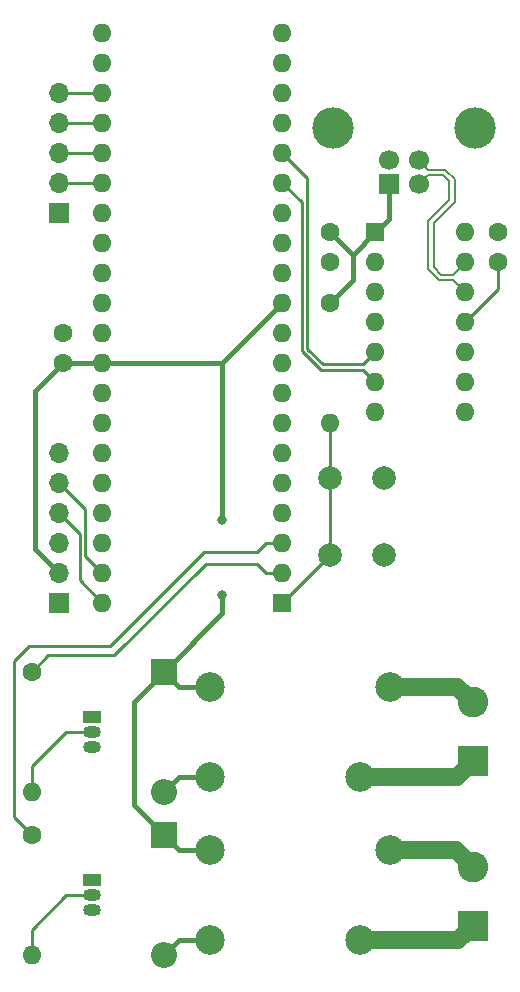
<source format=gtl>
%TF.GenerationSoftware,KiCad,Pcbnew,6.0.0+dfsg1-2*%
%TF.CreationDate,2022-03-14T17:52:28-05:00*%
%TF.ProjectId,remote64-controller,72656d6f-7465-4363-942d-636f6e74726f,rev?*%
%TF.SameCoordinates,Original*%
%TF.FileFunction,Copper,L1,Top*%
%TF.FilePolarity,Positive*%
%FSLAX46Y46*%
G04 Gerber Fmt 4.6, Leading zero omitted, Abs format (unit mm)*
G04 Created by KiCad (PCBNEW 6.0.0+dfsg1-2) date 2022-03-14 17:52:28*
%MOMM*%
%LPD*%
G01*
G04 APERTURE LIST*
%TA.AperFunction,ComponentPad*%
%ADD10O,1.700000X1.700000*%
%TD*%
%TA.AperFunction,ComponentPad*%
%ADD11R,1.700000X1.700000*%
%TD*%
%TA.AperFunction,ComponentPad*%
%ADD12R,1.600000X1.600000*%
%TD*%
%TA.AperFunction,ComponentPad*%
%ADD13O,1.600000X1.600000*%
%TD*%
%TA.AperFunction,ComponentPad*%
%ADD14C,1.600000*%
%TD*%
%TA.AperFunction,ComponentPad*%
%ADD15R,2.600000X2.600000*%
%TD*%
%TA.AperFunction,ComponentPad*%
%ADD16C,2.600000*%
%TD*%
%TA.AperFunction,ComponentPad*%
%ADD17C,1.700000*%
%TD*%
%TA.AperFunction,ComponentPad*%
%ADD18C,3.500000*%
%TD*%
%TA.AperFunction,ComponentPad*%
%ADD19R,2.200000X2.200000*%
%TD*%
%TA.AperFunction,ComponentPad*%
%ADD20O,2.200000X2.200000*%
%TD*%
%TA.AperFunction,ComponentPad*%
%ADD21C,2.500000*%
%TD*%
%TA.AperFunction,ComponentPad*%
%ADD22C,2.000000*%
%TD*%
%TA.AperFunction,ComponentPad*%
%ADD23R,1.500000X1.050000*%
%TD*%
%TA.AperFunction,ComponentPad*%
%ADD24O,1.500000X1.050000*%
%TD*%
%TA.AperFunction,ViaPad*%
%ADD25C,0.800000*%
%TD*%
%TA.AperFunction,Conductor*%
%ADD26C,0.400000*%
%TD*%
%TA.AperFunction,Conductor*%
%ADD27C,0.250000*%
%TD*%
%TA.AperFunction,Conductor*%
%ADD28C,0.200000*%
%TD*%
%TA.AperFunction,Conductor*%
%ADD29C,1.500000*%
%TD*%
G04 APERTURE END LIST*
D10*
%TO.P,J3,6,Pin_6*%
%TO.N,unconnected-(J3-Pad6)*%
X69977000Y-102870000D03*
%TO.P,J3,5,Pin_5*%
%TO.N,Net-(J3-Pad5)*%
X69977000Y-105410000D03*
%TO.P,J3,4,Pin_4*%
%TO.N,Net-(J3-Pad4)*%
X69977000Y-107950000D03*
%TO.P,J3,3,Pin_3*%
%TO.N,GND*%
X69977000Y-110490000D03*
%TO.P,J3,2,Pin_2*%
%TO.N,VDD*%
X69977000Y-113030000D03*
D11*
%TO.P,J3,1,Pin_1*%
%TO.N,MCU_RESET*%
X69977000Y-115570000D03*
%TD*%
D12*
%TO.P,U2,1,Vpp/~{MCLR}/RE3*%
%TO.N,MCU_RESET*%
X88900000Y-115570000D03*
D13*
%TO.P,U2,2,RA0*%
%TO.N,3.3V_RELAY*%
X88900000Y-113030000D03*
%TO.P,U2,3,RA1*%
%TO.N,12V_RELAY*%
X88900000Y-110490000D03*
%TO.P,U2,4,RA2*%
%TO.N,unconnected-(U2-Pad4)*%
X88900000Y-107950000D03*
%TO.P,U2,5,RA3*%
%TO.N,unconnected-(U2-Pad5)*%
X88900000Y-105410000D03*
%TO.P,U2,6,RA4*%
%TO.N,unconnected-(U2-Pad6)*%
X88900000Y-102870000D03*
%TO.P,U2,7,RA5*%
%TO.N,unconnected-(U2-Pad7)*%
X88900000Y-100330000D03*
%TO.P,U2,8,RE0*%
%TO.N,unconnected-(U2-Pad8)*%
X88900000Y-97790000D03*
%TO.P,U2,9,RE1*%
%TO.N,unconnected-(U2-Pad9)*%
X88900000Y-95250000D03*
%TO.P,U2,10,RE2*%
%TO.N,unconnected-(U2-Pad10)*%
X88900000Y-92710000D03*
%TO.P,U2,11,VDD*%
%TO.N,VDD*%
X88900000Y-90170000D03*
%TO.P,U2,12,VSS*%
%TO.N,GND*%
X88900000Y-87630000D03*
%TO.P,U2,13,RA7*%
%TO.N,unconnected-(U2-Pad13)*%
X88900000Y-85090000D03*
%TO.P,U2,14,RA6*%
%TO.N,unconnected-(U2-Pad14)*%
X88900000Y-82550000D03*
%TO.P,U2,15,RC0*%
%TO.N,UART<-USB*%
X88900000Y-80010000D03*
%TO.P,U2,16,RC1*%
%TO.N,UART->USB*%
X88900000Y-77470000D03*
%TO.P,U2,17,RC2*%
%TO.N,unconnected-(U2-Pad17)*%
X88900000Y-74930000D03*
%TO.P,U2,18,RC3*%
%TO.N,unconnected-(U2-Pad18)*%
X88900000Y-72390000D03*
%TO.P,U2,19,RD0*%
%TO.N,unconnected-(U2-Pad19)*%
X88900000Y-69850000D03*
%TO.P,U2,20,RD1*%
%TO.N,unconnected-(U2-Pad20)*%
X88900000Y-67310000D03*
%TO.P,U2,21,RD2*%
%TO.N,unconnected-(U2-Pad21)*%
X73660000Y-67310000D03*
%TO.P,U2,22,RD3*%
%TO.N,unconnected-(U2-Pad22)*%
X73660000Y-69850000D03*
%TO.P,U2,23,RC4*%
%TO.N,/N64CNT1*%
X73660000Y-72390000D03*
%TO.P,U2,24,RC5*%
%TO.N,/N64CNT2*%
X73660000Y-74930000D03*
%TO.P,U2,25,RC6*%
%TO.N,/N64CNT3*%
X73660000Y-77470000D03*
%TO.P,U2,26,RC7*%
%TO.N,/N64CNT4*%
X73660000Y-80010000D03*
%TO.P,U2,27,RD4*%
%TO.N,unconnected-(U2-Pad27)*%
X73660000Y-82550000D03*
%TO.P,U2,28,RD5*%
%TO.N,unconnected-(U2-Pad28)*%
X73660000Y-85090000D03*
%TO.P,U2,29,RD6*%
%TO.N,unconnected-(U2-Pad29)*%
X73660000Y-87630000D03*
%TO.P,U2,30,RD7*%
%TO.N,unconnected-(U2-Pad30)*%
X73660000Y-90170000D03*
%TO.P,U2,31,VSS*%
%TO.N,GND*%
X73660000Y-92710000D03*
%TO.P,U2,32,VDD*%
%TO.N,VDD*%
X73660000Y-95250000D03*
%TO.P,U2,33,RB0*%
%TO.N,unconnected-(U2-Pad33)*%
X73660000Y-97790000D03*
%TO.P,U2,34,RB1*%
%TO.N,unconnected-(U2-Pad34)*%
X73660000Y-100330000D03*
%TO.P,U2,35,RB2*%
%TO.N,unconnected-(U2-Pad35)*%
X73660000Y-102870000D03*
%TO.P,U2,36,RB3*%
%TO.N,unconnected-(U2-Pad36)*%
X73660000Y-105410000D03*
%TO.P,U2,37,RB4*%
%TO.N,unconnected-(U2-Pad37)*%
X73660000Y-107950000D03*
%TO.P,U2,38,RB5*%
%TO.N,unconnected-(U2-Pad38)*%
X73660000Y-110490000D03*
%TO.P,U2,39,RB6/ICSPCLK*%
%TO.N,Net-(J3-Pad5)*%
X73660000Y-113030000D03*
%TO.P,U2,40,RB7/ICSPDAT*%
%TO.N,Net-(J3-Pad4)*%
X73660000Y-115570000D03*
%TD*%
D14*
%TO.P,C2,1*%
%TO.N,GND*%
X70358000Y-92750000D03*
%TO.P,C2,2*%
%TO.N,VDD*%
X70358000Y-95250000D03*
%TD*%
D15*
%TO.P,J4,1,Pin_1*%
%TO.N,/N64_12V_SRC*%
X105029000Y-142922000D03*
D16*
%TO.P,J4,2,Pin_2*%
%TO.N,/N64_12V_DEST*%
X105029000Y-137922000D03*
%TD*%
D11*
%TO.P,J5,1,Pin_1*%
%TO.N,GND*%
X69977000Y-82550000D03*
D10*
%TO.P,J5,2,Pin_2*%
%TO.N,/N64CNT4*%
X69977000Y-80010000D03*
%TO.P,J5,3,Pin_3*%
%TO.N,/N64CNT3*%
X69977000Y-77470000D03*
%TO.P,J5,4,Pin_4*%
%TO.N,/N64CNT2*%
X69977000Y-74930000D03*
%TO.P,J5,5,Pin_5*%
%TO.N,/N64CNT1*%
X69977000Y-72390000D03*
%TD*%
D14*
%TO.P,C3,1*%
%TO.N,GND*%
X92964000Y-86701000D03*
%TO.P,C3,2*%
%TO.N,VDD*%
X92964000Y-84201000D03*
%TD*%
D11*
%TO.P,J1,1,VBUS*%
%TO.N,VDD*%
X97937000Y-80110500D03*
D17*
%TO.P,J1,2,D-*%
%TO.N,/D-*%
X100437000Y-80110500D03*
%TO.P,J1,3,D+*%
%TO.N,/D+*%
X100437000Y-78110500D03*
%TO.P,J1,4,GND*%
%TO.N,GND*%
X97937000Y-78110500D03*
D18*
%TO.P,J1,5,Shield*%
X105207000Y-75400500D03*
X93167000Y-75400500D03*
%TD*%
D14*
%TO.P,R3,1*%
%TO.N,12V_RELAY*%
X67691000Y-135255000D03*
D13*
%TO.P,R3,2*%
%TO.N,Net-(Q2-Pad2)*%
X67691000Y-145415000D03*
%TD*%
D15*
%TO.P,J2,1,Pin_1*%
%TO.N,/N64_3.3V_SRC*%
X105029000Y-128992000D03*
D16*
%TO.P,J2,2,Pin_2*%
%TO.N,/N64_3.3V_DEST*%
X105029000Y-123992000D03*
%TD*%
D19*
%TO.P,D1,1,K*%
%TO.N,VDD*%
X78867000Y-121412000D03*
D20*
%TO.P,D1,2,A*%
%TO.N,Net-(D1-Pad2)*%
X78867000Y-131572000D03*
%TD*%
D21*
%TO.P,K1,1,C*%
%TO.N,/N64_3.3V_SRC*%
X95504000Y-130302000D03*
%TO.P,K1,2,NO*%
%TO.N,/N64_3.3V_DEST*%
X98044000Y-122682000D03*
%TO.P,K1,3,COIL_{A}*%
%TO.N,VDD*%
X82804000Y-122682000D03*
%TO.P,K1,4,COIL_{B}*%
%TO.N,Net-(D1-Pad2)*%
X82804000Y-130302000D03*
%TD*%
D12*
%TO.P,U1,1,VDD*%
%TO.N,VDD*%
X96774000Y-84201000D03*
D13*
%TO.P,U1,2,GP0*%
%TO.N,unconnected-(U1-Pad2)*%
X96774000Y-86741000D03*
%TO.P,U1,3,GP1*%
%TO.N,unconnected-(U1-Pad3)*%
X96774000Y-89281000D03*
%TO.P,U1,4,~{RST}*%
%TO.N,unconnected-(U1-Pad4)*%
X96774000Y-91821000D03*
%TO.P,U1,5,URx*%
%TO.N,UART->USB*%
X96774000Y-94361000D03*
%TO.P,U1,6,UTx*%
%TO.N,UART<-USB*%
X96774000Y-96901000D03*
%TO.P,U1,7,GP2*%
%TO.N,unconnected-(U1-Pad7)*%
X96774000Y-99441000D03*
%TO.P,U1,8,GP3*%
%TO.N,unconnected-(U1-Pad8)*%
X104394000Y-99441000D03*
%TO.P,U1,9,SDA*%
%TO.N,unconnected-(U1-Pad9)*%
X104394000Y-96901000D03*
%TO.P,U1,10,SCL*%
%TO.N,unconnected-(U1-Pad10)*%
X104394000Y-94361000D03*
%TO.P,U1,11,VUSB*%
%TO.N,Net-(C1-Pad2)*%
X104394000Y-91821000D03*
%TO.P,U1,12,D-*%
%TO.N,/D-*%
X104394000Y-89281000D03*
%TO.P,U1,13,D+*%
%TO.N,/D+*%
X104394000Y-86741000D03*
%TO.P,U1,14,VSS*%
%TO.N,GND*%
X104394000Y-84201000D03*
%TD*%
D21*
%TO.P,K2,1,C*%
%TO.N,/N64_12V_SRC*%
X95504000Y-144145000D03*
%TO.P,K2,2,NO*%
%TO.N,/N64_12V_DEST*%
X98044000Y-136525000D03*
%TO.P,K2,3,COIL_{A}*%
%TO.N,VDD*%
X82804000Y-136525000D03*
%TO.P,K2,4,COIL_{B}*%
%TO.N,Net-(D2-Pad2)*%
X82804000Y-144145000D03*
%TD*%
D19*
%TO.P,D2,1,K*%
%TO.N,VDD*%
X78867000Y-135255000D03*
D20*
%TO.P,D2,2,A*%
%TO.N,Net-(D2-Pad2)*%
X78867000Y-145415000D03*
%TD*%
D22*
%TO.P,SW1,1,1*%
%TO.N,GND*%
X97464000Y-111506000D03*
X97464000Y-105006000D03*
%TO.P,SW1,2,2*%
%TO.N,MCU_RESET*%
X92964000Y-111506000D03*
X92964000Y-105006000D03*
%TD*%
D23*
%TO.P,Q2,1,E*%
%TO.N,GND*%
X72771000Y-139065000D03*
D24*
%TO.P,Q2,2,B*%
%TO.N,Net-(Q2-Pad2)*%
X72771000Y-140335000D03*
%TO.P,Q2,3,C*%
%TO.N,Net-(D2-Pad2)*%
X72771000Y-141605000D03*
%TD*%
D14*
%TO.P,C1,1*%
%TO.N,GND*%
X107188000Y-84201000D03*
%TO.P,C1,2*%
%TO.N,Net-(C1-Pad2)*%
X107188000Y-86701000D03*
%TD*%
%TO.P,R2,1*%
%TO.N,VDD*%
X92964000Y-90170000D03*
D13*
%TO.P,R2,2*%
%TO.N,MCU_RESET*%
X92964000Y-100330000D03*
%TD*%
D23*
%TO.P,Q1,1,E*%
%TO.N,GND*%
X72771000Y-125222000D03*
D24*
%TO.P,Q1,2,B*%
%TO.N,Net-(Q1-Pad2)*%
X72771000Y-126492000D03*
%TO.P,Q1,3,C*%
%TO.N,Net-(D1-Pad2)*%
X72771000Y-127762000D03*
%TD*%
D14*
%TO.P,R1,1*%
%TO.N,3.3V_RELAY*%
X67691000Y-121412000D03*
D13*
%TO.P,R1,2*%
%TO.N,Net-(Q1-Pad2)*%
X67691000Y-131572000D03*
%TD*%
D25*
%TO.N,VDD*%
X83820000Y-108585000D03*
X83820000Y-114935000D03*
%TD*%
D26*
%TO.N,VDD*%
X69977000Y-113030000D02*
X67945000Y-110998000D01*
X67945000Y-110998000D02*
X67945000Y-97663000D01*
X67945000Y-97663000D02*
X70358000Y-95250000D01*
D27*
%TO.N,Net-(J3-Pad5)*%
X69977000Y-105410000D02*
X72204520Y-107637520D01*
X72204520Y-107637520D02*
X72204520Y-111574520D01*
X72204520Y-111574520D02*
X73660000Y-113030000D01*
%TO.N,Net-(J3-Pad4)*%
X73660000Y-115570000D02*
X71755000Y-113665000D01*
X71755000Y-113665000D02*
X71755000Y-109728000D01*
X71755000Y-109728000D02*
X69977000Y-107950000D01*
%TO.N,UART->USB*%
X96774000Y-94361000D02*
X95758000Y-95377000D01*
X95758000Y-95377000D02*
X92329000Y-95377000D01*
X91000520Y-94048520D02*
X91000520Y-79570520D01*
X92329000Y-95377000D02*
X91000520Y-94048520D01*
X91000520Y-79570520D02*
X88900000Y-77470000D01*
%TO.N,UART<-USB*%
X88900000Y-80010000D02*
X90551000Y-81661000D01*
X90551000Y-81661000D02*
X90551000Y-94234717D01*
X90551000Y-94234717D02*
X92142803Y-95826520D01*
X92142803Y-95826520D02*
X95699520Y-95826520D01*
X95699520Y-95826520D02*
X96774000Y-96901000D01*
%TO.N,Net-(C1-Pad2)*%
X104394000Y-91821000D02*
X107188000Y-89027000D01*
X107188000Y-89027000D02*
X107188000Y-86701000D01*
D26*
%TO.N,VDD*%
X97937000Y-83038000D02*
X96774000Y-84201000D01*
X82804000Y-122682000D02*
X80137000Y-122682000D01*
X76327000Y-123952000D02*
X76327000Y-132715000D01*
X73660000Y-95250000D02*
X83820000Y-95250000D01*
X83820000Y-114935000D02*
X83820000Y-116459000D01*
X70358000Y-95250000D02*
X73660000Y-95250000D01*
X78867000Y-121412000D02*
X76327000Y-123952000D01*
X82804000Y-136525000D02*
X80137000Y-136525000D01*
X83820000Y-116459000D02*
X78867000Y-121412000D01*
X83820000Y-95250000D02*
X83820000Y-108585000D01*
X92964000Y-90170000D02*
X94869000Y-88265000D01*
X76327000Y-132715000D02*
X78867000Y-135255000D01*
X94869000Y-86106000D02*
X92964000Y-84201000D01*
X94869000Y-88265000D02*
X94869000Y-86106000D01*
X94869000Y-86106000D02*
X96774000Y-84201000D01*
X80137000Y-136525000D02*
X78867000Y-135255000D01*
X83820000Y-95250000D02*
X88900000Y-90170000D01*
X97937000Y-80110500D02*
X97937000Y-83038000D01*
X80137000Y-122682000D02*
X78867000Y-121412000D01*
%TO.N,Net-(D1-Pad2)*%
X80137000Y-130302000D02*
X78867000Y-131572000D01*
X82804000Y-130302000D02*
X80137000Y-130302000D01*
%TO.N,Net-(D2-Pad2)*%
X82804000Y-144145000D02*
X80137000Y-144145000D01*
X80137000Y-144145000D02*
X78867000Y-145415000D01*
D28*
%TO.N,/D-*%
X101248000Y-83218800D02*
X103026000Y-81440800D01*
X102512301Y-79335501D02*
X101211999Y-79335501D01*
X101248000Y-87342200D02*
X101248000Y-83218800D01*
X103026000Y-81440800D02*
X103026000Y-79849200D01*
X101211999Y-79335501D02*
X100437000Y-80110500D01*
X104394000Y-89281000D02*
X103349001Y-88236001D01*
X103026000Y-79849200D02*
X102512301Y-79335501D01*
X102141801Y-88236001D02*
X101248000Y-87342200D01*
X103349001Y-88236001D02*
X102141801Y-88236001D01*
%TO.N,/D+*%
X103349001Y-87785999D02*
X102328199Y-87785999D01*
X103476000Y-81627200D02*
X103476000Y-79662800D01*
X102328199Y-87785999D02*
X101698000Y-87155800D01*
X104394000Y-86741000D02*
X103349001Y-87785999D01*
X101698000Y-87155800D02*
X101698000Y-83405200D01*
X101211999Y-78885499D02*
X100437000Y-78110500D01*
X102698699Y-78885499D02*
X101211999Y-78885499D01*
X101698000Y-83405200D02*
X103476000Y-81627200D01*
X103476000Y-79662800D02*
X102698699Y-78885499D01*
D29*
%TO.N,/N64_3.3V_SRC*%
X103719000Y-130302000D02*
X105029000Y-128992000D01*
X95504000Y-130302000D02*
X103719000Y-130302000D01*
%TO.N,/N64_3.3V_DEST*%
X98044000Y-122682000D02*
X103719000Y-122682000D01*
X103719000Y-122682000D02*
X105029000Y-123992000D01*
D27*
%TO.N,MCU_RESET*%
X88900000Y-115570000D02*
X92964000Y-111506000D01*
X92964000Y-105006000D02*
X92964000Y-111506000D01*
X92964000Y-105006000D02*
X92964000Y-100330000D01*
D29*
%TO.N,/N64_12V_SRC*%
X95504000Y-144145000D02*
X103806000Y-144145000D01*
X103806000Y-144145000D02*
X105029000Y-142922000D01*
D27*
%TO.N,Net-(Q1-Pad2)*%
X67691000Y-129413000D02*
X67691000Y-131572000D01*
X70612000Y-126492000D02*
X67691000Y-129413000D01*
X72771000Y-126492000D02*
X70612000Y-126492000D01*
%TO.N,Net-(Q2-Pad2)*%
X67691000Y-143256000D02*
X67691000Y-145415000D01*
X70612000Y-140335000D02*
X67691000Y-143256000D01*
X72771000Y-140335000D02*
X70612000Y-140335000D01*
%TO.N,/N64CNT4*%
X69977000Y-80010000D02*
X73660000Y-80010000D01*
%TO.N,/N64CNT3*%
X69977000Y-77470000D02*
X73660000Y-77470000D01*
%TO.N,/N64CNT2*%
X69977000Y-74930000D02*
X73660000Y-74930000D01*
%TO.N,/N64CNT1*%
X69977000Y-72390000D02*
X73660000Y-72390000D01*
%TO.N,3.3V_RELAY*%
X88900000Y-113030000D02*
X87503000Y-113030000D01*
X74676000Y-120015000D02*
X69088000Y-120015000D01*
X82423000Y-112268000D02*
X74676000Y-120015000D01*
X86741000Y-112268000D02*
X82423000Y-112268000D01*
X87503000Y-113030000D02*
X86741000Y-112268000D01*
X69088000Y-120015000D02*
X67691000Y-121412000D01*
%TO.N,12V_RELAY*%
X67437000Y-119253000D02*
X66167000Y-120523000D01*
X87503000Y-110490000D02*
X86741000Y-111252000D01*
X86741000Y-111252000D02*
X82296000Y-111252000D01*
X82296000Y-111252000D02*
X74295000Y-119253000D01*
X74295000Y-119253000D02*
X67437000Y-119253000D01*
X66167000Y-133731000D02*
X67691000Y-135255000D01*
X88900000Y-110490000D02*
X87503000Y-110490000D01*
X66167000Y-120523000D02*
X66167000Y-133731000D01*
D29*
%TO.N,/N64_12V_DEST*%
X98044000Y-136525000D02*
X103632000Y-136525000D01*
X103632000Y-136525000D02*
X105029000Y-137922000D01*
%TD*%
M02*

</source>
